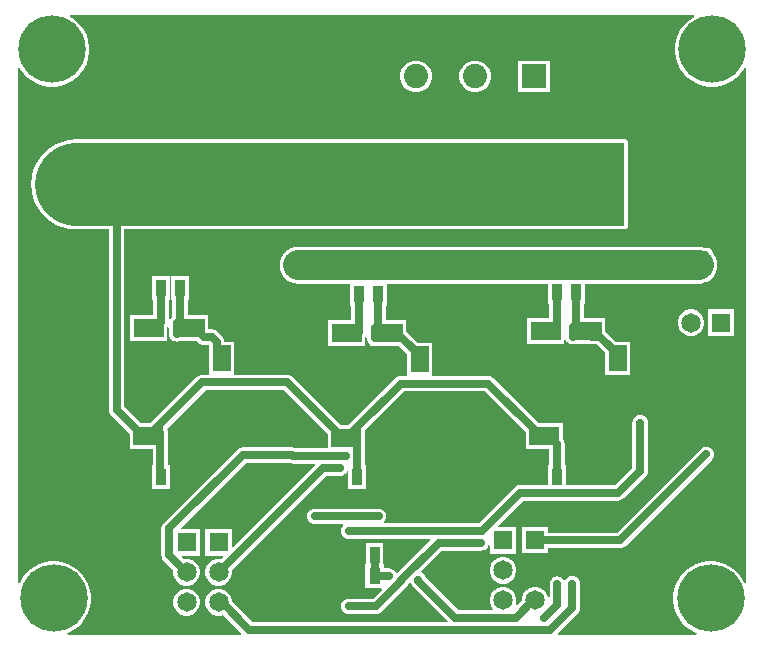
<source format=gbl>
G04*
G04 #@! TF.GenerationSoftware,Altium Limited,Altium Designer,24.0.1 (36)*
G04*
G04 Layer_Physical_Order=2*
G04 Layer_Color=16711680*
%FSLAX45Y45*%
%MOMM*%
G71*
G04*
G04 #@! TF.SameCoordinates,0B170F52-40F4-4D68-8434-06CE0CB0BF9C*
G04*
G04*
G04 #@! TF.FilePolarity,Positive*
G04*
G01*
G75*
%ADD29R,0.91000X1.39000*%
%ADD31R,0.97000X1.47000*%
%ADD32R,1.55000X2.20000*%
%ADD36C,0.70000*%
%ADD37C,2.50000*%
%ADD38C,7.00000*%
%ADD40C,1.65000*%
%ADD41R,1.65000X1.65000*%
%ADD42R,1.65000X1.65000*%
%ADD43R,2.05000X2.05000*%
%ADD44C,2.05000*%
%ADD45R,2.05000X2.05000*%
%ADD46C,5.70000*%
%ADD47C,0.50000*%
%ADD48R,2.50000X1.60000*%
G36*
X14553481Y12213514D02*
X14541504Y12207412D01*
X14501392Y12178269D01*
X14466331Y12143209D01*
X14437189Y12103096D01*
X14414677Y12058918D01*
X14399358Y12011763D01*
X14391600Y11962791D01*
Y11913209D01*
X14399358Y11864237D01*
X14414677Y11817082D01*
X14437189Y11772904D01*
X14466331Y11732791D01*
X14501392Y11697731D01*
X14541504Y11668588D01*
X14585683Y11646078D01*
X14632837Y11630757D01*
X14681808Y11623000D01*
X14731390D01*
X14780363Y11630757D01*
X14827518Y11646078D01*
X14871696Y11668588D01*
X14911809Y11697731D01*
X14946869Y11732791D01*
X14976012Y11772904D01*
X14980914Y11782525D01*
X14993263Y11779561D01*
X14993263Y7424087D01*
X14980563Y7421038D01*
X14963312Y7454896D01*
X14934169Y7495009D01*
X14899109Y7530069D01*
X14858997Y7559212D01*
X14814818Y7581722D01*
X14767664Y7597043D01*
X14718690Y7604800D01*
X14669109D01*
X14620137Y7597043D01*
X14572981Y7581722D01*
X14528804Y7559212D01*
X14488692Y7530069D01*
X14453632Y7495009D01*
X14424487Y7454896D01*
X14401978Y7410718D01*
X14386658Y7363563D01*
X14378900Y7314591D01*
Y7265009D01*
X14386658Y7216037D01*
X14401978Y7168882D01*
X14424487Y7124704D01*
X14453632Y7084591D01*
X14488692Y7049531D01*
X14528804Y7020388D01*
X14572981Y6997878D01*
X14576822Y6996630D01*
X14574837Y6984087D01*
X13405296Y6984086D01*
X13400436Y6995820D01*
X13569318Y7164701D01*
X13579736Y7178280D01*
X13586287Y7194092D01*
X13588521Y7211060D01*
Y7414260D01*
X13586287Y7431228D01*
X13579736Y7447040D01*
X13569318Y7460618D01*
X13555740Y7471037D01*
X13539928Y7477587D01*
X13522960Y7479821D01*
X13505992Y7477587D01*
X13490179Y7471037D01*
X13476602Y7460618D01*
X13466183Y7447040D01*
X13465807Y7446133D01*
X13457092Y7445045D01*
X13451859Y7445645D01*
X13442319Y7458078D01*
X13428740Y7468497D01*
X13412927Y7475047D01*
X13395959Y7477281D01*
X13378992Y7475047D01*
X13363181Y7468497D01*
X13349602Y7458078D01*
X13339183Y7444500D01*
X13332632Y7428688D01*
X13330399Y7411720D01*
Y7301495D01*
X13317699Y7299823D01*
X13312833Y7317983D01*
X13298022Y7343637D01*
X13277077Y7364582D01*
X13251424Y7379393D01*
X13222810Y7387060D01*
X13193188D01*
X13164577Y7379393D01*
X13138924Y7364582D01*
X13117978Y7343637D01*
X13103168Y7317983D01*
X13095500Y7289371D01*
Y7270017D01*
X13055426Y7229943D01*
X13044038Y7236517D01*
X13049899Y7258389D01*
Y7288011D01*
X13042233Y7316624D01*
X13027423Y7342277D01*
X13006477Y7363223D01*
X12980824Y7378034D01*
X12952211Y7385700D01*
X12922589D01*
X12893977Y7378034D01*
X12868324Y7363223D01*
X12847379Y7342277D01*
X12832567Y7316624D01*
X12824899Y7288011D01*
Y7258389D01*
X12832567Y7229777D01*
X12847379Y7204124D01*
X12848508Y7202994D01*
X12843646Y7191261D01*
X12560556D01*
X12278815Y7473002D01*
X12276048Y7479680D01*
X12265630Y7493259D01*
X12252051Y7503677D01*
X12247281Y7505654D01*
X12244301Y7520634D01*
X12417805Y7694139D01*
X12750800D01*
X12767768Y7696373D01*
X12783580Y7702923D01*
X12797158Y7713342D01*
X12807578Y7726920D01*
X12812199Y7738081D01*
X12824899Y7735555D01*
Y7668700D01*
X13049899D01*
Y7893700D01*
X12902287D01*
X12897427Y7905434D01*
X13110432Y8118439D01*
X13911700D01*
X13928668Y8120673D01*
X13944479Y8127223D01*
X13958058Y8137642D01*
X14143358Y8322941D01*
X14153777Y8336520D01*
X14160327Y8352332D01*
X14162561Y8369300D01*
Y8775700D01*
X14160327Y8792668D01*
X14153777Y8808480D01*
X14143358Y8822058D01*
X14129781Y8832477D01*
X14113968Y8839027D01*
X14097000Y8841261D01*
X14080032Y8839027D01*
X14064220Y8832477D01*
X14050642Y8822058D01*
X14040224Y8808480D01*
X14033673Y8792668D01*
X14031439Y8775700D01*
Y8396456D01*
X13884544Y8249561D01*
X13468201D01*
Y8418000D01*
X13458261D01*
Y8600700D01*
X13456027Y8617669D01*
X13449477Y8633480D01*
X13442000Y8643225D01*
Y8771400D01*
X13238977D01*
X12854819Y9155558D01*
X12841240Y9165977D01*
X12825429Y9172527D01*
X12808459Y9174761D01*
X12337600D01*
Y9454200D01*
X12215317D01*
X12130458Y9539058D01*
X12118400Y9548311D01*
Y9647700D01*
X11945861D01*
Y9768400D01*
X11955800D01*
Y9953450D01*
X12908279D01*
X12914200Y9954033D01*
X12917661Y9952600D01*
X12939540D01*
X12942999Y9954033D01*
X12948920Y9953450D01*
X13317200D01*
Y9781100D01*
X13327139D01*
Y9660400D01*
X13141901D01*
Y9440400D01*
X13451900D01*
Y9479698D01*
X13464600Y9482224D01*
X13468723Y9472271D01*
X13479143Y9458693D01*
X13491901Y9448903D01*
Y9440400D01*
X13518587D01*
X13525500Y9439490D01*
X13532413Y9440400D01*
X13687640D01*
X13691901Y9439839D01*
X13730045D01*
X13799001Y9370883D01*
Y9183600D01*
X14014000D01*
Y9463600D01*
X13891718D01*
X13803558Y9551758D01*
X13801900Y9553031D01*
Y9660400D01*
X13622261D01*
Y9781100D01*
X13632201D01*
Y9953450D01*
X14592007D01*
X14594060Y9952600D01*
X14615939D01*
X14625215Y9956442D01*
X14625224Y9956443D01*
X14654443Y9965306D01*
X14681371Y9979699D01*
X14704971Y9999068D01*
X14724341Y10022670D01*
X14738734Y10049597D01*
X14747597Y10078815D01*
X14750591Y10109200D01*
X14747597Y10139585D01*
X14738734Y10168803D01*
X14724341Y10195730D01*
X14710800Y10212230D01*
Y10216660D01*
X14702428Y10236875D01*
X14686955Y10252347D01*
X14666740Y10260720D01*
X14644859D01*
X14638284Y10257996D01*
X14625224Y10261957D01*
X14594839Y10264950D01*
X12948920D01*
X12928600Y10262948D01*
X12908279Y10264950D01*
X11351260D01*
X11327130Y10262573D01*
X11303000Y10264950D01*
X11201400D01*
X11171015Y10261957D01*
X11141797Y10253094D01*
X11114870Y10238701D01*
X11091268Y10219332D01*
X11071899Y10195730D01*
X11057506Y10168803D01*
X11048643Y10139585D01*
X11045650Y10109200D01*
X11048643Y10078815D01*
X11057506Y10049597D01*
X11071899Y10022670D01*
X11091268Y9999068D01*
X11114870Y9979699D01*
X11141797Y9965306D01*
X11171015Y9956443D01*
X11201400Y9953450D01*
X11303000D01*
X11327130Y9955827D01*
X11351260Y9953450D01*
X11640800D01*
Y9768400D01*
X11650739D01*
Y9647700D01*
X11458400D01*
Y9427700D01*
X11768400D01*
Y9498950D01*
X11770839Y9500869D01*
X11783539Y9494701D01*
Y9491980D01*
X11785773Y9475012D01*
X11792323Y9459200D01*
X11802742Y9445622D01*
X11808400Y9441280D01*
Y9427700D01*
X11839370D01*
X11849100Y9426419D01*
X11858830Y9427700D01*
X12004140D01*
X12008400Y9427139D01*
X12056944D01*
X12122600Y9361483D01*
Y9174761D01*
X12071100D01*
X12054132Y9172527D01*
X12038320Y9165977D01*
X12024742Y9155559D01*
X11640312Y8771128D01*
X11627883Y8758700D01*
X11561017D01*
X11387458Y8932258D01*
X11154758Y9164958D01*
X11141180Y9175377D01*
X11125369Y9181927D01*
X11108400Y9184161D01*
X10661200D01*
Y9463600D01*
X10576426D01*
X10574527Y9478027D01*
X10567978Y9493839D01*
X10557559Y9507417D01*
X10516553Y9548422D01*
X10502975Y9558841D01*
X10487163Y9565391D01*
X10470195Y9567625D01*
X10442000D01*
Y9685800D01*
X10269461D01*
Y9819200D01*
X10279400D01*
Y10018200D01*
X10128400D01*
Y9819200D01*
X10138339D01*
Y9685800D01*
X10132000D01*
Y9673537D01*
X10126342Y9667878D01*
X10118161Y9657217D01*
X10105461Y9660589D01*
Y9819200D01*
X10115400D01*
Y10018200D01*
X9964400D01*
Y9819200D01*
X9974339D01*
Y9685800D01*
X9782000D01*
Y9465800D01*
X10092000D01*
Y9585510D01*
X10094439Y9587429D01*
X10107139Y9581260D01*
Y9530080D01*
X10109373Y9513112D01*
X10115923Y9497300D01*
X10126342Y9483722D01*
X10132000Y9479380D01*
Y9465800D01*
X10162970D01*
X10172700Y9464519D01*
X10182430Y9465800D01*
X10349283D01*
X10359378Y9455705D01*
X10372956Y9445287D01*
X10388767Y9438737D01*
X10405736Y9436503D01*
X10443039D01*
X10445640Y9433903D01*
Y9366100D01*
X10446200Y9361842D01*
Y9184161D01*
X10391400D01*
X10374432Y9181927D01*
X10358620Y9175377D01*
X10345042Y9164958D01*
X9951483Y8771400D01*
X9871917D01*
X9730261Y8913056D01*
Y10413825D01*
X10134600D01*
X10167729Y10416432D01*
X13964920D01*
X13976625Y10418761D01*
X13986549Y10425391D01*
X13993179Y10435315D01*
X13995508Y10447020D01*
Y11148060D01*
X13993179Y11159765D01*
X13986549Y11169689D01*
X13976625Y11176319D01*
X13964920Y11178648D01*
X9911080D01*
X9899375Y11176319D01*
X9899159Y11176175D01*
X9321800D01*
X9262171Y11171482D01*
X9204011Y11157519D01*
X9148750Y11134629D01*
X9097751Y11103377D01*
X9052269Y11064531D01*
X9013423Y11019049D01*
X8982171Y10968050D01*
X8959281Y10912789D01*
X8945318Y10854629D01*
X8940625Y10795000D01*
X8945318Y10735371D01*
X8959281Y10677211D01*
X8982171Y10621950D01*
X9013423Y10570951D01*
X9052269Y10525469D01*
X9097751Y10486623D01*
X9148750Y10455371D01*
X9204011Y10432481D01*
X9262171Y10418518D01*
X9321800Y10413825D01*
X9599139D01*
Y8885900D01*
X9601373Y8868932D01*
X9607923Y8853120D01*
X9618342Y8839542D01*
X9779200Y8678683D01*
Y8551400D01*
X9969979D01*
Y8418000D01*
X9964400D01*
Y8219000D01*
X10115400D01*
Y8418000D01*
X10101101D01*
Y8689340D01*
X10098867Y8706308D01*
X10092317Y8722120D01*
X10090285Y8724768D01*
X10418556Y9053039D01*
X11081244D01*
X11294742Y8839542D01*
X11455600Y8678683D01*
Y8562261D01*
X11176433D01*
X11163959Y8567428D01*
X11146990Y8569662D01*
X10731681D01*
X10714713Y8567428D01*
X10698901Y8560879D01*
X10685323Y8550460D01*
X10063842Y7928979D01*
X10053423Y7915400D01*
X10046873Y7899589D01*
X10044640Y7882620D01*
Y7655356D01*
X10046873Y7638388D01*
X10053423Y7622576D01*
X10063842Y7608998D01*
X10145633Y7527206D01*
X10145200Y7525591D01*
Y7495969D01*
X10152867Y7467357D01*
X10167678Y7441703D01*
X10188624Y7420758D01*
X10214277Y7405947D01*
X10242889Y7398280D01*
X10272511D01*
X10301124Y7405947D01*
X10326777Y7420758D01*
X10347723Y7441703D01*
X10362534Y7467357D01*
X10370200Y7495969D01*
Y7525591D01*
X10362534Y7554203D01*
X10347723Y7579857D01*
X10326777Y7600802D01*
X10301124Y7615613D01*
X10272511Y7623280D01*
X10242889D01*
X10236662Y7621611D01*
X10217727Y7640547D01*
X10222587Y7652280D01*
X10370200D01*
Y7877280D01*
X10214170D01*
X10209310Y7889013D01*
X10758838Y8438541D01*
X11124949D01*
X11137423Y8433374D01*
X11154391Y8431140D01*
X11342273D01*
X11347133Y8419406D01*
X10652533Y7724806D01*
X10640800Y7729666D01*
Y7877280D01*
X10415800D01*
Y7652280D01*
X10563414D01*
X10568274Y7640547D01*
X10549338Y7621611D01*
X10543111Y7623280D01*
X10513489D01*
X10484877Y7615613D01*
X10459223Y7600802D01*
X10438278Y7579857D01*
X10423467Y7554203D01*
X10415800Y7525591D01*
Y7495969D01*
X10423467Y7467357D01*
X10438278Y7441703D01*
X10459223Y7420758D01*
X10484877Y7405947D01*
X10513489Y7398280D01*
X10543111D01*
X10571723Y7405947D01*
X10597377Y7420758D01*
X10618322Y7441703D01*
X10633133Y7467357D01*
X10640800Y7495969D01*
Y7525591D01*
X10640367Y7527207D01*
X11439783Y8326622D01*
X11552483D01*
X11569451Y8328856D01*
X11585263Y8335406D01*
X11598841Y8345825D01*
X11603358Y8350342D01*
X11613777Y8363920D01*
X11615400Y8367838D01*
X11628100Y8365311D01*
Y8219000D01*
X11779100D01*
Y8418000D01*
X11769161D01*
Y8707840D01*
X11768381Y8713764D01*
X12098256Y9043639D01*
X12781304D01*
X13132001Y8692943D01*
Y8551400D01*
X13327139D01*
Y8418000D01*
X13317200D01*
Y8249561D01*
X13083276D01*
X13066309Y8247327D01*
X13050496Y8240777D01*
X13036919Y8230358D01*
X12731820Y7925261D01*
X11933864D01*
X11929553Y7937961D01*
X11929659Y7938042D01*
X11940077Y7951620D01*
X11946627Y7967432D01*
X11948861Y7984400D01*
X11946627Y8001369D01*
X11940077Y8017181D01*
X11929659Y8030759D01*
X11916081Y8041177D01*
X11900269Y8047727D01*
X11883300Y8049961D01*
X11343850D01*
X11326882Y8047727D01*
X11311070Y8041177D01*
X11297492Y8030759D01*
X11287073Y8017181D01*
X11280523Y8001369D01*
X11278289Y7984400D01*
X11280523Y7967432D01*
X11287073Y7951620D01*
X11297492Y7938042D01*
X11311070Y7927623D01*
X11326882Y7921074D01*
X11343850Y7918840D01*
X11581036D01*
X11585347Y7906140D01*
X11585241Y7906058D01*
X11582942Y7903759D01*
X11572523Y7890181D01*
X11565974Y7874369D01*
X11563740Y7857400D01*
X11565974Y7840432D01*
X11572523Y7824620D01*
X11582942Y7811042D01*
X11596520Y7800623D01*
X11612332Y7794074D01*
X11629300Y7791840D01*
X11646269Y7794074D01*
X11646427Y7794139D01*
X12315779D01*
X12320639Y7782406D01*
X12045496Y7507263D01*
X12032713Y7508635D01*
X12030996Y7510724D01*
X12020718Y7524118D01*
X12007140Y7534537D01*
X11991328Y7541087D01*
X11974359Y7543321D01*
X11927600D01*
Y7583800D01*
X11924600D01*
Y7757600D01*
X11773600D01*
Y7583800D01*
X11770600D01*
Y7376800D01*
X11905511D01*
X11910371Y7365067D01*
X11833265Y7287961D01*
X11629300D01*
X11612332Y7285727D01*
X11596520Y7279177D01*
X11582942Y7268759D01*
X11572523Y7255181D01*
X11565974Y7239369D01*
X11563740Y7222400D01*
X11565974Y7205432D01*
X11572523Y7189620D01*
X11582942Y7176042D01*
X11596520Y7165623D01*
X11612332Y7159074D01*
X11629300Y7156840D01*
X11860421D01*
X11877390Y7159074D01*
X11893201Y7165623D01*
X11906779Y7176042D01*
X12120718Y7389980D01*
X12131137Y7403558D01*
X12133903Y7410237D01*
X12144211Y7420545D01*
X12158447Y7416820D01*
X12162494Y7407049D01*
X12172913Y7393471D01*
X12468389Y7097994D01*
X12463529Y7086261D01*
X10817242D01*
X10640800Y7262703D01*
Y7271591D01*
X10633133Y7300203D01*
X10618322Y7325857D01*
X10597377Y7346802D01*
X10571723Y7361613D01*
X10543111Y7369280D01*
X10513489D01*
X10484877Y7361613D01*
X10459223Y7346802D01*
X10438278Y7325857D01*
X10423467Y7300203D01*
X10415800Y7271591D01*
Y7241969D01*
X10423467Y7213357D01*
X10438278Y7187703D01*
X10459223Y7166758D01*
X10484877Y7151947D01*
X10513489Y7144280D01*
X10543111D01*
X10567307Y7150763D01*
X10722250Y6995820D01*
X10717390Y6984086D01*
X9250363Y6984086D01*
X9248376Y6996630D01*
X9252218Y6997878D01*
X9296396Y7020388D01*
X9336509Y7049531D01*
X9371569Y7084591D01*
X9400712Y7124704D01*
X9423222Y7168882D01*
X9438543Y7216037D01*
X9446300Y7265009D01*
Y7314591D01*
X9438543Y7363563D01*
X9423222Y7410718D01*
X9400712Y7454896D01*
X9371569Y7495009D01*
X9336509Y7530069D01*
X9296396Y7559212D01*
X9252218Y7581722D01*
X9205063Y7597043D01*
X9156091Y7604800D01*
X9106509D01*
X9057537Y7597043D01*
X9010382Y7581722D01*
X8966204Y7559212D01*
X8926091Y7530069D01*
X8891031Y7495009D01*
X8861888Y7454896D01*
X8844637Y7421039D01*
X8831937Y7424088D01*
X8831936Y11779562D01*
X8844285Y11782527D01*
X8849188Y11772904D01*
X8878331Y11732791D01*
X8913391Y11697731D01*
X8953504Y11668588D01*
X8997682Y11646078D01*
X9044837Y11630757D01*
X9093809Y11623000D01*
X9143391D01*
X9192363Y11630757D01*
X9239518Y11646078D01*
X9283696Y11668588D01*
X9323809Y11697731D01*
X9358869Y11732791D01*
X9388012Y11772904D01*
X9410522Y11817082D01*
X9425843Y11864237D01*
X9433600Y11913209D01*
Y11962791D01*
X9425843Y12011763D01*
X9410522Y12058918D01*
X9388012Y12103096D01*
X9358869Y12143209D01*
X9323809Y12178269D01*
X9283696Y12207412D01*
X9271720Y12213514D01*
X9274685Y12225863D01*
X11940000Y12225864D01*
X14550516D01*
X14553481Y12213514D01*
D02*
G37*
G36*
X13964920Y10447020D02*
X9911080D01*
Y10449560D01*
Y11148060D01*
X13964920D01*
Y10447020D01*
D02*
G37*
%LPC*%
G36*
X13332500Y11841900D02*
X13067500D01*
Y11576900D01*
X13332500D01*
Y11841900D01*
D02*
G37*
G36*
X12717444D02*
X12682556D01*
X12648857Y11832870D01*
X12618643Y11815426D01*
X12593974Y11790757D01*
X12576530Y11760543D01*
X12567500Y11726844D01*
Y11691956D01*
X12576530Y11658257D01*
X12593974Y11628043D01*
X12618643Y11603374D01*
X12648857Y11585930D01*
X12682556Y11576900D01*
X12717444D01*
X12751143Y11585930D01*
X12781357Y11603374D01*
X12806026Y11628043D01*
X12823470Y11658257D01*
X12832500Y11691956D01*
Y11726844D01*
X12823470Y11760543D01*
X12806026Y11790757D01*
X12781357Y11815426D01*
X12751143Y11832870D01*
X12717444Y11841900D01*
D02*
G37*
G36*
X12217444D02*
X12182556D01*
X12148857Y11832870D01*
X12118643Y11815426D01*
X12093974Y11790757D01*
X12076530Y11760543D01*
X12067500Y11726844D01*
Y11691956D01*
X12076530Y11658257D01*
X12093974Y11628043D01*
X12118643Y11603374D01*
X12148857Y11585930D01*
X12182556Y11576900D01*
X12217444D01*
X12251143Y11585930D01*
X12281357Y11603374D01*
X12306026Y11628043D01*
X12323470Y11658257D01*
X12332500Y11691956D01*
Y11726844D01*
X12323470Y11760543D01*
X12306026Y11790757D01*
X12281357Y11815426D01*
X12251143Y11832870D01*
X12217444Y11841900D01*
D02*
G37*
G36*
X14895300Y9736560D02*
X14670300D01*
Y9511560D01*
X14895300D01*
Y9736560D01*
D02*
G37*
G36*
X14543611D02*
X14513989D01*
X14485378Y9728893D01*
X14459723Y9714082D01*
X14438779Y9693137D01*
X14423967Y9667483D01*
X14416299Y9638871D01*
Y9609249D01*
X14423967Y9580637D01*
X14438779Y9554983D01*
X14459723Y9534038D01*
X14485378Y9519227D01*
X14513989Y9511560D01*
X14543611D01*
X14572223Y9519227D01*
X14597878Y9534038D01*
X14618822Y9554983D01*
X14633633Y9580637D01*
X14641299Y9609249D01*
Y9638871D01*
X14633633Y9667483D01*
X14618822Y9693137D01*
X14597878Y9714082D01*
X14572223Y9728893D01*
X14543611Y9736560D01*
D02*
G37*
G36*
X14655800Y8574560D02*
X14638832Y8572327D01*
X14623019Y8565777D01*
X14609441Y8555358D01*
X13900844Y7846761D01*
X13320500D01*
Y7895060D01*
X13095500D01*
Y7670060D01*
X13320500D01*
Y7715640D01*
X13928000D01*
X13944969Y7717874D01*
X13960780Y7724423D01*
X13974359Y7734842D01*
X14702158Y8462641D01*
X14712576Y8476220D01*
X14719127Y8492032D01*
X14721359Y8509000D01*
X14719127Y8525968D01*
X14712576Y8541780D01*
X14702158Y8555358D01*
X14688580Y8565777D01*
X14672768Y8572327D01*
X14655800Y8574560D01*
D02*
G37*
G36*
X12952211Y7639700D02*
X12922589D01*
X12893977Y7632034D01*
X12868324Y7617223D01*
X12847379Y7596277D01*
X12832567Y7570624D01*
X12824899Y7542011D01*
Y7512389D01*
X12832567Y7483777D01*
X12847379Y7458124D01*
X12868324Y7437178D01*
X12893977Y7422367D01*
X12922589Y7414700D01*
X12952211D01*
X12980824Y7422367D01*
X13006477Y7437178D01*
X13027423Y7458124D01*
X13042233Y7483777D01*
X13049899Y7512389D01*
Y7542011D01*
X13042233Y7570624D01*
X13027423Y7596277D01*
X13006477Y7617223D01*
X12980824Y7632034D01*
X12952211Y7639700D01*
D02*
G37*
G36*
X10272511Y7369280D02*
X10242889D01*
X10214277Y7361613D01*
X10188624Y7346802D01*
X10167678Y7325857D01*
X10152867Y7300203D01*
X10145200Y7271591D01*
Y7241969D01*
X10152867Y7213357D01*
X10167678Y7187703D01*
X10188624Y7166758D01*
X10214277Y7151947D01*
X10242889Y7144280D01*
X10272511D01*
X10301124Y7151947D01*
X10326777Y7166758D01*
X10347723Y7187703D01*
X10362534Y7213357D01*
X10370200Y7241969D01*
Y7271591D01*
X10362534Y7300203D01*
X10347723Y7325857D01*
X10326777Y7346802D01*
X10301124Y7361613D01*
X10272511Y7369280D01*
D02*
G37*
%LPD*%
G54D29*
X11867600Y8318500D02*
D03*
X11703600D02*
D03*
X10039900Y9918700D02*
D03*
X10203900D02*
D03*
X13556700Y8318500D02*
D03*
X13392700D02*
D03*
X11849100Y7658100D02*
D03*
X11685100D02*
D03*
X13392700Y9880600D02*
D03*
X13556700D02*
D03*
X11716300Y9867900D02*
D03*
X11880300D02*
D03*
X10203900Y8318500D02*
D03*
X10039900D02*
D03*
G54D31*
X11683100Y7480300D02*
D03*
X11849100D02*
D03*
G54D32*
X12230100Y9314200D02*
D03*
Y8904200D02*
D03*
X13906500Y9323600D02*
D03*
Y8913600D02*
D03*
X10553700Y9323600D02*
D03*
Y8913600D02*
D03*
G54D36*
X10790086Y7020700D02*
X13332600D01*
X10554007Y7256780D02*
X10790086Y7020700D01*
X12074359Y7436339D02*
Y7443410D01*
X11860421Y7222400D02*
X12074359Y7436339D01*
X12219271Y7439829D02*
Y7446900D01*
X12390650Y7759700D02*
X12750800D01*
X11629300Y7222400D02*
X11860421D01*
X12074359Y7443410D02*
X12390650Y7759700D01*
X12219271Y7439829D02*
X12533400Y7125700D01*
X13043900D01*
X11856720Y7477760D02*
X11974359D01*
X13197000Y8706400D02*
X13242000Y8661400D01*
X13287000D01*
X13197000Y8706400D02*
Y8720660D01*
X12808459Y9109200D02*
X13197000Y8720660D01*
X12071100Y9109200D02*
X12808459D01*
X11686670Y8724770D02*
X12071100Y9109200D01*
X11610600Y8648700D02*
X11686670Y8724770D01*
X11108400Y9118600D02*
X11341100Y8885900D01*
X11578300Y8648700D01*
X11610600D01*
X10391400Y9118600D02*
X11108400D01*
X9934200Y8661400D02*
X10391400Y9118600D01*
X13525500Y9550400D02*
Y9591040D01*
Y9505051D02*
Y9537700D01*
X13392700Y9557300D02*
Y9880600D01*
X13390880Y9555480D02*
X13392700Y9557300D01*
X13556700Y9595600D02*
Y9880600D01*
X13906500Y9323600D02*
Y9356100D01*
X13757201Y9505400D02*
X13906500Y9356100D01*
X13691901Y9505400D02*
X13757201D01*
X13646899Y9550400D02*
X13691901Y9505400D01*
X11849100Y9537700D02*
Y9583420D01*
Y9491980D02*
Y9537700D01*
X11880300Y9585960D02*
Y9867900D01*
X10172700Y9575800D02*
Y9621520D01*
Y9530080D02*
Y9575800D01*
X10203900Y9646920D02*
Y9918700D01*
X10172700Y9621520D02*
X10198100Y9646920D01*
X10022840Y9540240D02*
Y9616640D01*
X10039900Y9633700D02*
Y9918700D01*
X10022840Y9616640D02*
X10039900Y9633700D01*
X11716300Y9547140D02*
Y9867900D01*
X11706860Y9537700D02*
X11716300Y9547140D01*
X13373100Y8620300D02*
Y8686800D01*
Y8620300D02*
X13392700Y8600700D01*
Y8318500D02*
Y8600700D01*
X11703600Y8318500D02*
Y8707840D01*
X11154391Y8496700D02*
X11603600D01*
X11701780Y8709660D02*
X11703600Y8707840D01*
X10035540Y8322860D02*
Y8689340D01*
Y8322860D02*
X10039900Y8318500D01*
X11849100Y7480300D02*
Y7658100D01*
X11631600Y7859700D02*
X12758976D01*
X11629300Y7857400D02*
X11631600Y7859700D01*
X12758976D02*
X13083276Y8184000D01*
X11343850Y7984400D02*
X11883300D01*
X11146990Y8504101D02*
X11154391Y8496700D01*
X11552483Y8392183D02*
X11557000Y8396700D01*
X10731681Y8504101D02*
X11146990D01*
X11412627Y8392183D02*
X11552483D01*
X10110200Y7882620D02*
X10731681Y8504101D01*
X10531224Y7510780D02*
X11412627Y8392183D01*
X14097000Y8369300D02*
Y8775700D01*
X13911700Y8184000D02*
X14097000Y8369300D01*
X13083276Y8184000D02*
X13911700D01*
X11963400Y9537700D02*
X12008400Y9492700D01*
X12084100D01*
X12230100Y9346700D01*
Y9314200D02*
Y9346700D01*
X9918700Y9575800D02*
X9937000D01*
X10405736Y9502064D02*
X10470195D01*
X10332000Y9575800D02*
X10405736Y9502064D01*
X10287000Y9575800D02*
X10332000D01*
X10511200Y9366100D02*
X10553700Y9323600D01*
X10511200Y9366100D02*
Y9461059D01*
X10470195Y9502064D02*
X10511200Y9461059D01*
X10528300Y7510780D02*
X10531224D01*
X10553700Y9323600D02*
Y9356100D01*
X9664700Y8885900D02*
X9889200Y8661400D01*
X9664700Y8885900D02*
Y10748900D01*
X9710800Y10795000D01*
X10110200Y7655356D02*
Y7882620D01*
X13043900Y7125700D02*
X13192760Y7274560D01*
X13208000D01*
X13209360Y7781200D02*
X13928000D01*
X13208000Y7782560D02*
X13209360Y7781200D01*
X13928000D02*
X14655800Y8509000D01*
X10528300Y7256780D02*
X10554007D01*
X13522960Y7211060D02*
Y7414260D01*
X13332600Y7020700D02*
X13522960Y7211060D01*
X10110200Y7655356D02*
X10254777Y7510780D01*
X10257700D01*
X13285597Y7120701D02*
X13395959Y7231064D01*
Y7411720D01*
X9889200Y8661400D02*
X9934200D01*
G54D37*
X12948920Y10109200D02*
X14594839D01*
X11351260D02*
X12908279D01*
X11201400D02*
X11303000D01*
G54D38*
X9710800Y10795000D02*
X10134600D01*
X9321800D02*
X9710800D01*
G54D40*
X13208000Y7274560D02*
D03*
Y7528560D02*
D03*
X14528799Y9624060D02*
D03*
X14274800D02*
D03*
X10528300Y7510780D02*
D03*
Y7256780D02*
D03*
X12937399Y7527200D02*
D03*
Y7273200D02*
D03*
X10257700Y7510780D02*
D03*
Y7256780D02*
D03*
G54D41*
X13208000Y7782560D02*
D03*
X10528300Y7764780D02*
D03*
X12937399Y7781200D02*
D03*
X10257700Y7764780D02*
D03*
G54D42*
X14782800Y9624060D02*
D03*
G54D43*
X13200000Y11709400D02*
D03*
G54D44*
X12700000D02*
D03*
X12200000D02*
D03*
X9321800Y10295000D02*
D03*
G54D45*
Y10795000D02*
D03*
G54D46*
X9118600Y11938000D02*
D03*
X14706599D02*
D03*
X14693900Y7289800D02*
D03*
X9131300D02*
D03*
G54D47*
X12219271Y7446900D02*
D03*
X11974359Y7477760D02*
D03*
X14556740Y10205720D02*
D03*
Y10124440D02*
D03*
X14605000Y10088880D02*
D03*
X14655800Y10124440D02*
D03*
X14556740Y10048240D02*
D03*
X14655800D02*
D03*
X14605000Y10007600D02*
D03*
X14655800Y10205720D02*
D03*
X14605000Y10165080D02*
D03*
X13014960Y8902700D02*
D03*
X11341100Y8885900D02*
D03*
X13525500Y9537700D02*
D03*
X13271500Y9550400D02*
D03*
X10259060Y10543540D02*
D03*
Y11064240D02*
D03*
Y10750640D02*
D03*
Y10949940D02*
D03*
Y10645140D02*
D03*
Y10848340D02*
D03*
X10513060Y10645140D02*
D03*
Y10949940D02*
D03*
Y10543540D02*
D03*
Y11064240D02*
D03*
Y10848340D02*
D03*
Y10746740D02*
D03*
X10005060Y10543540D02*
D03*
Y10746740D02*
D03*
Y10645140D02*
D03*
Y10848340D02*
D03*
Y10949940D02*
D03*
Y11064240D02*
D03*
X13647420Y8864600D02*
D03*
X11971020Y8844280D02*
D03*
X11523980Y7472680D02*
D03*
X10297160Y8864600D02*
D03*
X11603600Y8496700D02*
D03*
X12750800Y7759700D02*
D03*
X11883300Y7984400D02*
D03*
X11557000Y8396700D02*
D03*
X11343850Y7984400D02*
D03*
X11629300Y7857400D02*
D03*
X14097000Y8775700D02*
D03*
X10172700Y9575800D02*
D03*
X9918700D02*
D03*
X11595100Y9537700D02*
D03*
X11849100D02*
D03*
X12928600Y10007600D02*
D03*
X12979401Y10124440D02*
D03*
X12928600Y10165080D02*
D03*
Y10088880D02*
D03*
X12979401Y10048240D02*
D03*
X12880341Y10124440D02*
D03*
X12979401Y10205720D02*
D03*
X12880341D02*
D03*
Y10048240D02*
D03*
X11252200Y10010140D02*
D03*
X11303000Y10126980D02*
D03*
X11252200Y10167620D02*
D03*
Y10091420D02*
D03*
X11303000Y10050780D02*
D03*
X11203940Y10126980D02*
D03*
X11303000Y10208260D02*
D03*
X11203940D02*
D03*
Y10050780D02*
D03*
X13614400Y10541000D02*
D03*
X13360400Y11061700D02*
D03*
Y10947400D02*
D03*
Y10845800D02*
D03*
Y10642600D02*
D03*
Y10744200D02*
D03*
Y10541000D02*
D03*
X13868401Y10744200D02*
D03*
Y10845800D02*
D03*
Y11061700D02*
D03*
Y10541000D02*
D03*
Y10947400D02*
D03*
Y10642600D02*
D03*
X13614400Y10845800D02*
D03*
Y10642600D02*
D03*
Y10947400D02*
D03*
Y10748100D02*
D03*
Y11061700D02*
D03*
X11684000D02*
D03*
Y10947400D02*
D03*
Y10845800D02*
D03*
Y10642600D02*
D03*
Y10744200D02*
D03*
Y10541000D02*
D03*
X12192000Y10744200D02*
D03*
Y10845800D02*
D03*
Y11061700D02*
D03*
Y10541000D02*
D03*
Y10947400D02*
D03*
Y10642600D02*
D03*
X11938000Y10845800D02*
D03*
Y10642600D02*
D03*
Y10947400D02*
D03*
Y10748100D02*
D03*
Y11061700D02*
D03*
Y10541000D02*
D03*
X13522960Y7414260D02*
D03*
X13395959Y7411720D02*
D03*
X9664700Y8885900D02*
D03*
X14655800Y8509000D02*
D03*
X13906500Y9323600D02*
D03*
X12230100Y9314200D02*
D03*
X10553700Y9323600D02*
D03*
X13285597Y7120701D02*
D03*
X11629300Y7222400D02*
D03*
G54D48*
X13296899Y9550400D02*
D03*
X13646899D02*
D03*
X11613400Y9537700D02*
D03*
X11963400D02*
D03*
X11960600Y8648700D02*
D03*
X11610600D02*
D03*
X9937000Y9575800D02*
D03*
X10287000D02*
D03*
X10284200Y8661400D02*
D03*
X9934200D02*
D03*
X13287000D02*
D03*
X13637000D02*
D03*
M02*

</source>
